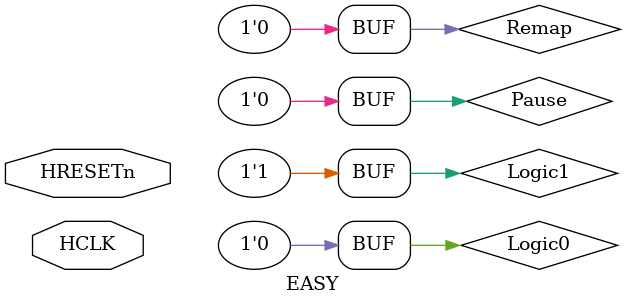
<source format=v>

`timescale 1ns/1ps

  `define TRN_IDLE   2'b00
  `define TRN_BUSY   2'b01
  `define TRN_NONSEQ 2'b10
  `define TRN_SEQ    2'b11
 
// HRESP transfer response signal encoding
  `define RSP_OKAY  2'b00
  `define RSP_ERROR 2'b01
  `define RSP_RETRY 2'b10
  `define RSP_SPLIT 2'b11
  
  // HBURST transfer type signal encoding
  `define BUR_SINGLE 3'b000
  `define BUR_INCR   3'b001
  `define BUR_WRAP4  3'b010
  `define BUR_INCR4  3'b011
  `define BUR_WRAP8  3'b100
  `define BUR_INCR8  3'b101
  `define BUR_WRAP16 3'b110
  `define BUR_INCR16 3'b111
  
  // HSIZE transfer type signal encoding
  `define SZ_BYTE    3'b000
  `define SZ_HALF    3'b001
  `define SZ_WORD    3'b010

module EASY (
	HCLK,
	HRESETn
//	nFIQ,
//	nIRQ
);

  input         HCLK;   		// External clock in
  input         HRESETn;   	// Power on reset input
  
 // wire 				nFIQ;
  wire 				nIRQ;
	
	
//--------------------------------------
// AHB Signals
//--------------------------------------  
  wire  [1:0] HTRANS;
  wire [31:0] HADDR;
  wire        HWRITE;
  wire  [2:0] HSIZE;
  wire  [2:0] HBURST;
  wire  [3:0] HPROT;
  wire [31:0] HWDATA;

// Multiplexed slave output signals
  wire [31:0] HRDATA;
  wire        HREADY;
  wire  [1:0] HRESP;

// Slave specific output signals


  wire        HSEL_mem;
  wire [31:0] HRDATA_mem;
  wire        HREADY_mem;
  wire  [1:0] HRESP_mem;
	
  wire        HSEL_tube;
  wire [31:0] HRDATA_tube;
  wire        HREADY_tube;
  wire  [1:0] HRESP_tube;

  wire        HSEL_testSlave;
  wire [31:0] HRDATA_testSlave;
  wire        HREADY_testSlave;
  wire  [1:0] HRESP_testSlave;
  
  wire        HSEL_EXmem;
  wire [31:0] HRDATA_EXmem;
  wire        HREADY_EXmem;
  wire  [1:0] HRESP_EXmem;
	
  wire        HSELDefault;
  wire        HREADYDefault;
  wire  [1:0] HRESPDefault;

// Master specific signals
  wire        HGRANTdummy;



  wire [31:0] 	HADDRM_RISC32;
  wire  [1:0] 	HTRANSM_RISC32;
  wire			HWRITEM_RISC32;
  wire  [2:0] 	HSIZEM_RISC32;
  wire  [2:0] 	HBURSTM_RISC32;
  wire  [3:0] 	HPROTM_RISC32;
  wire  [31:0] 	HWDATAM_RISC32;  
  wire			HBUSREQM_RISC32;
  wire 			HLOCKM_RISC32;
  wire        	HGRANTM_RISC32;  


  wire [31:0] HADDRM_testM01;
  wire  [1:0] HTRANSM_testM01;
  wire        HWRITEM_testM01;
  wire  [2:0] HSIZEM_testM01;
  wire  [2:0] HBURSTM_testM01;
  wire  [3:0] HPROTM_testM01;
  wire [31:0] HWDATAM_testM01;
  wire        HBUSREQM_testM01;
  wire        HLOCKM_testM01;
  wire        HGRANTM_testM01;
 
 
  wire [31:0] HADDRM_testM02;
  wire  [1:0] HTRANSM_testM02;
  wire        HWRITEM_testM02;
  wire  [2:0] HSIZEM_testM02;
  wire  [2:0] HBURSTM_testM02;
  wire  [3:0] HPROTM_testM02;
  wire [31:0] HWDATAM_testM02;
  wire        HBUSREQM_testM02;
  wire        HLOCKM_testM02;
  wire        HGRANTM_testM02;
  
  
  wire [31:0] HADDRM_testM03;
  wire  [1:0] HTRANSM_testM03;
  wire        HWRITEM_testM03;
  wire  [2:0] HSIZEM_testM03;
  wire  [2:0] HBURSTM_testM03;
  wire  [3:0] HPROTM_testM03;
  wire [31:0] HWDATAM_testM03;
  wire        HBUSREQM_testM03;
  wire        HLOCKM_testM03;
  wire        HGRANTM_testM03;
  
  
// Arbiter signals
  wire  [4:0] HMASTER;
  wire        HMASTLOCK;
  wire  [4:0] HSPLIT;
  
  
//--------------------------------------
// Tie Off Signals
//--------------------------------------
	wire       	Logic0;
	wire       	Logic1;
	wire 				Pause ;
	wire				Remap ;
	
//--------------------------------------
// Interrupt Signals
//--------------------------------------

wire		Timer1_ACK;


wire		Timer1_IRQ; 

 

//------------------------------------------------------------------------------
// Beginning of main code
//------------------------------------------------------------------------------

// Set Signal Tie Offs

  assign Logic0 = 1'b0;
  assign Logic1 = 1'b1;
  assign Pause = Logic0 ;
  assign Remap = Logic0 ;
  
  RISC32 uRISC32 (
    .HCLK       (HCLK),
    .HRESETn    (HRESETn),
    
    // Signals from AMBA bus used during normal operation
    .HRDATAM     (HRDATA),
    .HREADYM     (HREADY),
    .HRESPM      (HRESP),
    .HGRANTM     (HGRANTM_RISC32),

    // Signals to AMBA bus used during normal operation
    .HADDRM      (HADDRM_RISC32),
    .HTRANSM     (HTRANSM_RISC32),
    .HWRITEM     (HWRITEM_RISC32),
    .HSIZEM      (HSIZEM_RISC32),
    .HBURSTM     (HBURSTM_RISC32),
    .HPROTM      (HPROTM_RISC32),
    .HWDATAM     (HWDATAM_RISC32),
    .HBUSREQM    (HBUSREQM_RISC32),
    .HLOCKM      (HLOCKM_RISC32),
    
    // Signals from AMBA bus used by MISR
    .HADDRS      (HADDR),
    .HTRANSS     (HTRANS),
    .HWRITES     (HWRITE),
    .HSIZES      (HSIZE),
    .HWDATAS     (HWDATA),
    .HSELS       (1'b0),
    .HREADYS     (HREADY),

    // Signals to AMBA bus used by MISR
    .HRDATAS     (),
    .HREADYOUTS  (),
    .HRESPS      (),

    // RISC32 interrupts
    .RISCNFIQ    (1'b1),
    .RISCNIRQ    (1'b1)
  );
  

	Master01 testMaster01 
	 ( 	.HCLK		(HCLK),
		.HRESETn	(HRESETn),
		.HREADYM	(HREADY),
		.HRESPM	 	(HRESP),
		.HGRANTM	(HGRANTM_testM01),
		
		.HADDRM		(HADDRM_testM01), 
		.HTRANSM	(HTRANSM_testM01),
		.HWRITEM	(HWRITEM_testM01),
		.HSIZEM      (HSIZEM_testM01),		
		.HBURSTM	(HBURSTM_testM01),
		.HPROTM      (HPROTM_testM01),		
        .HWDATAM	(HWDATAM_testM01), 
		.HBUSREQM	(HBUSREQM_testM01)
      );
	
	Master02 testMaster02 
	 ( 	.HCLK		(HCLK),
		.HRESETn	(HRESETn),
		.HREADYM	(HREADY),
		.HRESPM	 	(HRESP),
		.HGRANTM	(HGRANTM_testM02),
		
		.HADDRM		(HADDRM_testM02), 
		.HTRANSM	(HTRANSM_testM02),
		.HWRITEM	(HWRITEM_testM02),
		.HSIZEM      (HSIZEM_testM02),		
		.HBURSTM	(HBURSTM_testM02),
		.HPROTM      (HPROTM_testM02),		
        .HWDATAM	(HWDATAM_testM02), 
		.HBUSREQM	(HBUSREQM_testM02)
      );  
	  
	Master03 testMaster03 
	 ( 	.HCLK		(HCLK),
		.HRESETn	(HRESETn),
		.HREADYM	(HREADY),
		.HRESPM	 	(HRESP),
		.HGRANTM	(HGRANTM_testM03),
		
		.HADDRM		(HADDRM_testM03), 
		.HTRANSM	(HTRANSM_testM03),
		.HWRITEM	(HWRITEM_testM03),
		.HSIZEM     (HSIZEM_testM03),		
		.HBURSTM	(HBURSTM_testM03),
		.HPROTM     (HPROTM_testM03),		
        .HWDATAM	(HWDATAM_testM03), 
		.HBUSREQM	(HBUSREQM_testM03)
      );  
	  
	
  IntMem uIntMem_1 (
    .HCLK       (HCLK),
    .HRESETn    (HRESETn),
    .HADDR      (HADDR),
    .HTRANS     (HTRANS),
    .HWRITE     (HWRITE),
    .HSIZE      (HSIZE),
    .HWDATA     (HWDATA),
    .HSEL 		(HSEL_mem),
    .HREADYin   (HREADY),

    .HRDATA     (HRDATA_mem),
    .HREADYout  (HREADY_mem),
    .HRESP      (HRESP_mem)
  );
  
    ExtMem uExtMem (
    .HCLK       (HCLK),
    .HRESETn    (HRESETn),
    .HADDR      (HADDR),
    .HTRANS     (HTRANS),
    .HWRITE     (HWRITE),
    .HSIZE      (HSIZE),
    .HWDATA     (HWDATA),
    .HSEL 		(HSEL_EXmem),
    .HREADYin   (HREADY),

    .HRDATA     (HRDATA_EXmem),
    .HREADYout  (HREADY_EXmem),
    .HRESP      (HRESP_EXmem)
  );

  Tube uTube (
    .HCLK       (HCLK),
    .HRESETn    (HRESETn),
    .HADDR      (HADDR),
    .HTRANS     (HTRANS),
    .HWRITE     (HWRITE),
    .HSIZE      (HSIZE),
    .HWDATA     (HWDATA),
    .HSEL 		(HSEL_tube),
    .HREADYin   (HREADY),

    .HRDATA     (HRDATA_tube),
    .HREADYout  (HREADY_tube),
    .HRESP      (HRESP_tube)
    );
    
// The AHB system arbiter
  Arbiter  uArbiter (
    .HCLK       (HCLK),
    .HRESETn    (HRESETn),
    .HTRANS     (HTRANS),
    .HBURST     (HBURST),
    .HREADY     (HREADY),
    .HRESP      (HRESP),
                     
    .HSPLIT     (5'b00000),
                     
    .HBUSREQ0   (Pause),
    .HBUSREQ4   (HBUSREQM_testM03),				
    .HBUSREQ3   (HBUSREQM_testM02),
    .HBUSREQ2   (HBUSREQM_testM01),
    .HBUSREQ1   (HBUSREQM_RISC32),	
                     
    .HLOCK0     (Logic0),
    .HLOCK4     (Logic0),
    .HLOCK3     (Logic0),
    .HLOCK2     (Logic0),
    .HLOCK1     (HLOCKM_RISC32),	
                     
    .HGRANT0    (HGRANTdummy),
    .HGRANT4    (HGRANTM_testM03),				
    .HGRANT3    (HGRANTM_testM02),
    .HGRANT2    (HGRANTM_testM01),
    .HGRANT1    (HGRANTM_RISC32),	
                     
    .HMASTER    (HMASTER),  // Current bus master
    .HMASTLOCK  (HMASTLOCK)
    );

	
	
  testMISRSlave_top testSlave(
									//AHB Bus Input
        .HCLK       (HCLK),
        .HRESET_n	(HRESETn),
        .HADDRS		(HADDR),
        .HTRANSS	(HTRANS),
        .HWRITES	(HWRITE),
        .HSIZES		(HSIZE),
        .HWDATAS     (HWDATA),
        .HSELS		(HSEL_testSlave),
        .HREADYS	(HREADY),
									//AHB Bus Output
        .HRDATAS	(HRDATA_testSlave),
        .HREADYOUTS	(HREADY_testSlave),
        .HRESPS		(HRESP_testSlave)
									//From core to IP
      //  core_out
        );

	
// The system address Decoder
  Decoder uDecoder (
    .HRESETn     (HRESETn),
    .HADDR       (HADDR),

	.HSELDefault (HSELDefault),  // Default Slave
    .HSEL_Slave1 (HSEL_mem),  		// Interna Memory
    .HSEL_Slave2 (HSEL_tube),  		// Tube
    .HSEL_Slave3 (HSEL_testSlave),  //testSlave
	.HSEL_Slave4 (HSEL_EXmem)		//External Memory
 );

// The Default Slave is selected when no other slaves are accessed
  DefaultSlave uDefaultSlave (
    .HCLK        (HCLK),
    .HRESETn     (HRESETn),
    .HTRANS      (HTRANS),
    .HSELDefault (HSELDefault),
    .HREADYin    (HREADY),

    .HREADYout   (HREADYDefault),
    .HRESP       (HRESPDefault)
    );
		

// Central multiplexer - masters to slaves
  MuxM2S uMuxM2S (
    .HCLK          (HCLK),
    .HRESETn       (HRESETn),
    .HMASTER       (HMASTER),
    .HREADY        (HREADY),

    .HADDR_M1      (HADDRM_RISC32),
    .HTRANS_M1     (HTRANSM_RISC32),
    .HWRITE_M1     (HWRITEM_RISC32),
    .HSIZE_M1      (HSIZEM_RISC32),
    .HBURST_M1     (HBURSTM_RISC32),
    .HPROT_M1      (HPROTM_RISC32),
    .HWDATA_M1     (HWDATAM_RISC32),
		
    .HADDR_M2      (HADDRM_testM01),
    .HTRANS_M2     (HTRANSM_testM01),
    .HWRITE_M2     (HWRITEM_testM01),
    .HSIZE_M2      (HSIZEM_testM01),
    .HBURST_M2     (HBURSTM_testM01),
    .HPROT_M2      (HPROTM_testM01),
    .HWDATA_M2     (HWDATAM_testM01),
    
	.HADDR_M3      (HADDRM_testM02),
    .HTRANS_M3     (HTRANSM_testM02),
    .HWRITE_M3     (HWRITEM_testM02),
    .HSIZE_M3      (HSIZEM_testM02),
    .HBURST_M3     (HBURSTM_testM02),
    .HPROT_M3      (HPROTM_testM02),
    .HWDATA_M3     (HWDATAM_testM02),

    .HADDR_M4      (HADDRM_testM03),
    .HTRANS_M4     (HTRANSM_testM03),
    .HWRITE_M4     (HWRITEM_testM03),
    .HSIZE_M4      (HSIZEM_testM03),
    .HBURST_M4     (HBURSTM_testM03),
    .HPROT_M4      (HPROTM_testM03),
    .HWDATA_M4     (HWDATAM_testM03),

	
    .HADDR         (HADDR),
    .HTRANS        (HTRANS),
    .HWRITE        (HWRITE),
    .HSIZE         (HSIZE),
    .HBURST        (HBURST),
    .HPROT         (HPROT),
    .HWDATA        (HWDATA)
    );

// Central multiplexer - slaves to masters
  MuxS2M uMuxS2M (
    .HCLK           (HCLK),
    .HRESETn        (HRESETn),
    
    .HSELDefault 	(HSELDefault),  // Default Slave
    .HSEL_Slave1 	(HSEL_mem),  		// Interna Memory
    .HSEL_Slave2 	(HSEL_tube),  		// Tube
    .HSEL_Slave3 	(HSEL_testSlave),  	// testSlave
    .HSEL_Slave4 	(HSEL_EXmem),  		// Externa Memory
    .HSEL_Slave5 	(Logic0),  			
    .HSEL_Slave6 	(Logic0),   		
		
	.HRDATA_S1      (HRDATA_mem),
    .HREADY_S1      (HREADY_mem),
    .HRESP_S1       (HRESP_mem),
    
    .HRDATA_S2      (HRDATA_tube),
    .HREADY_S2  	(HREADY_tube),
    .HRESP_S2       (HRESP_tube),
    
    .HRDATA_S3      (HRDATA_testSlave),
    .HREADY_S3  	(HREADY_testSlave),
    .HRESP_S3       (HRESP_testSlave),
    
    .HRDATA_S4      (HRDATA_EXmem),
    .HREADY_S4  	(HREADY_EXmem),
    .HRESP_S4       (HRESP_EXmem),
    
    .HRDATA_S5      (),
    .HREADY_S5  	(),
    .HRESP_S5       (),
	
    .HRDATA_S6      (),
    .HREADY_S6  	(),
    .HRESP_S6       (),    	
    
    .HREADYDefault  (HREADYDefault),
    .HRESPDefault   (HRESPDefault),

    .HRDATA         (HRDATA),
    .HREADY         (HREADY),
    .HRESP          (HRESP)
    );
endmodule

// --================================= End ===================================--

</source>
